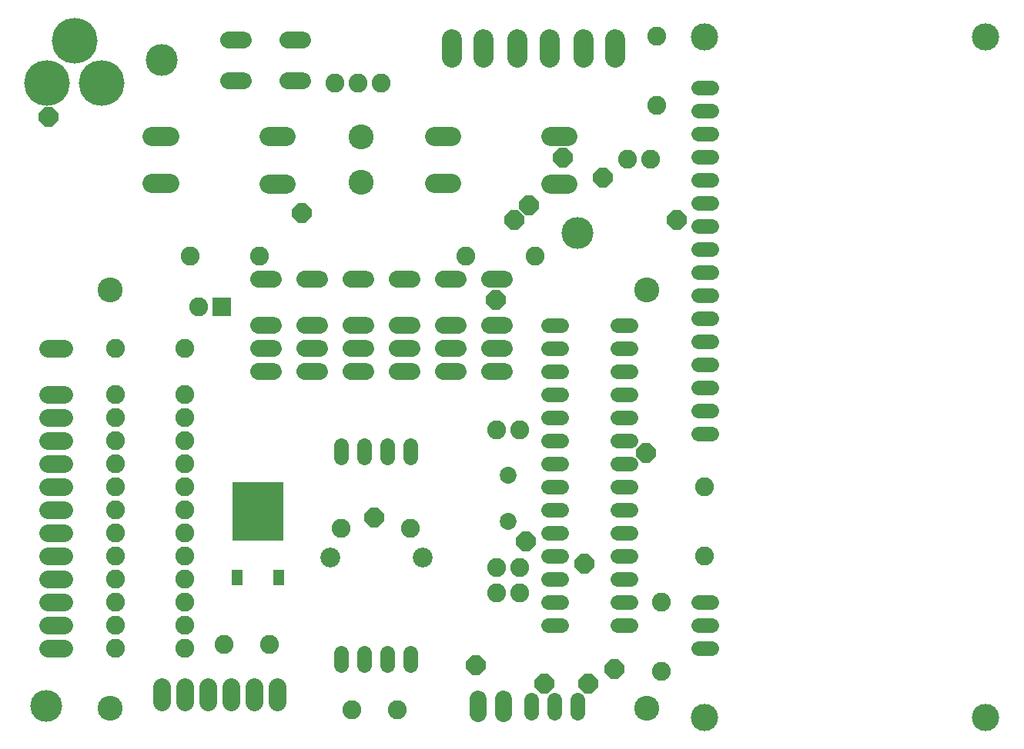
<source format=gbs>
G75*
G70*
%OFA0B0*%
%FSLAX24Y24*%
%IPPOS*%
%LPD*%
%AMOC8*
5,1,8,0,0,1.08239X$1,22.5*
%
%ADD10C,0.0880*%
%ADD11C,0.0820*%
%ADD12C,0.0820*%
%ADD13C,0.0640*%
%ADD14C,0.0730*%
%ADD15C,0.0720*%
%ADD16C,0.0760*%
%ADD17C,0.0635*%
%ADD18C,0.1182*%
%ADD19C,0.1080*%
%ADD20C,0.1980*%
%ADD21R,0.0820X0.0820*%
%ADD22R,0.2206X0.2521*%
%ADD23R,0.0474X0.0710*%
%ADD24C,0.0860*%
%ADD25C,0.0780*%
%ADD26C,0.1380*%
%ADD27OC8,0.0840*%
D10*
X021056Y030759D02*
X021056Y031559D01*
X022434Y031559D02*
X022434Y030759D01*
X023906Y030759D02*
X023906Y031559D01*
X025284Y031559D02*
X025284Y030759D01*
X026756Y030759D02*
X026756Y031559D01*
X028134Y031559D02*
X028134Y030759D01*
D11*
X029931Y031702D03*
X029931Y028702D03*
X029663Y026370D03*
X028663Y026370D03*
X024643Y022159D03*
X021643Y022159D03*
X012718Y022159D03*
X009718Y022159D03*
X010092Y019970D03*
X009506Y018159D03*
X009506Y016159D03*
X009506Y015159D03*
X009506Y014159D03*
X009506Y013159D03*
X009506Y012159D03*
X009506Y011159D03*
X009506Y010159D03*
X009506Y009159D03*
X009506Y008159D03*
X009506Y007159D03*
X009506Y006159D03*
X009506Y005159D03*
X011193Y005344D03*
X013162Y005344D03*
X016738Y002512D03*
X018707Y002512D03*
X022987Y007559D03*
X023987Y007559D03*
X024006Y008660D03*
X023006Y008660D03*
X019243Y010363D03*
X016243Y010363D03*
X023006Y014631D03*
X024006Y014631D03*
X032006Y012159D03*
X032006Y009159D03*
X030112Y007159D03*
X030112Y004159D03*
X006506Y005159D03*
X006506Y006159D03*
X006506Y007159D03*
X006506Y008159D03*
X006506Y009159D03*
X006506Y010159D03*
X006506Y011159D03*
X006506Y012159D03*
X006506Y013159D03*
X006506Y014159D03*
X006506Y015159D03*
X006506Y016159D03*
X006506Y018159D03*
X016006Y029659D03*
X017006Y029659D03*
X018006Y029659D03*
D12*
X020280Y027364D02*
X021020Y027364D01*
X021020Y025348D02*
X020280Y025348D01*
X025332Y025308D02*
X026072Y025308D01*
X026072Y027364D02*
X025332Y027364D01*
X013866Y027364D02*
X013126Y027364D01*
X013126Y025308D02*
X013866Y025308D01*
X008814Y025348D02*
X008074Y025348D01*
X008074Y027364D02*
X008814Y027364D01*
D13*
X025226Y019159D02*
X025786Y019159D01*
X025786Y018159D02*
X025226Y018159D01*
X025226Y017159D02*
X025786Y017159D01*
X025786Y016159D02*
X025226Y016159D01*
X025226Y015159D02*
X025786Y015159D01*
X025786Y014159D02*
X025226Y014159D01*
X025226Y013159D02*
X025786Y013159D01*
X025786Y012159D02*
X025226Y012159D01*
X025226Y011159D02*
X025786Y011159D01*
X025786Y010159D02*
X025226Y010159D01*
X025226Y009159D02*
X025786Y009159D01*
X025786Y008159D02*
X025226Y008159D01*
X025226Y007159D02*
X025786Y007159D01*
X025786Y006159D02*
X025226Y006159D01*
X028226Y006159D02*
X028786Y006159D01*
X028786Y007159D02*
X028226Y007159D01*
X028226Y008159D02*
X028786Y008159D01*
X028786Y009159D02*
X028226Y009159D01*
X028226Y010159D02*
X028786Y010159D01*
X028786Y011159D02*
X028226Y011159D01*
X028226Y012159D02*
X028786Y012159D01*
X028786Y013159D02*
X028226Y013159D01*
X028226Y014159D02*
X028786Y014159D01*
X028786Y015159D02*
X028226Y015159D01*
X028226Y016159D02*
X028786Y016159D01*
X028786Y017159D02*
X028226Y017159D01*
X028226Y018159D02*
X028786Y018159D01*
X028786Y019159D02*
X028226Y019159D01*
X031726Y007159D02*
X032286Y007159D01*
X032286Y006159D02*
X031726Y006159D01*
X031726Y005159D02*
X032286Y005159D01*
X026506Y002939D02*
X026506Y002379D01*
X025506Y002379D02*
X025506Y002939D01*
X024506Y002939D02*
X024506Y002379D01*
D14*
X023506Y010659D03*
X023506Y012659D03*
D15*
X023326Y017159D02*
X022686Y017159D01*
X022686Y018159D02*
X023326Y018159D01*
X023326Y019159D02*
X022686Y019159D01*
X021326Y019159D02*
X020686Y019159D01*
X020686Y018159D02*
X021326Y018159D01*
X021326Y017159D02*
X020686Y017159D01*
X019326Y017159D02*
X018686Y017159D01*
X018686Y018159D02*
X019326Y018159D01*
X019326Y019159D02*
X018686Y019159D01*
X017326Y019159D02*
X016686Y019159D01*
X016686Y018159D02*
X017326Y018159D01*
X017326Y017159D02*
X016686Y017159D01*
X015326Y017159D02*
X014686Y017159D01*
X014686Y018159D02*
X015326Y018159D01*
X015326Y019159D02*
X014686Y019159D01*
X013326Y019159D02*
X012686Y019159D01*
X012686Y018159D02*
X013326Y018159D01*
X013326Y017159D02*
X012686Y017159D01*
X012686Y021159D02*
X013326Y021159D01*
X014686Y021159D02*
X015326Y021159D01*
X016686Y021159D02*
X017326Y021159D01*
X018686Y021159D02*
X019326Y021159D01*
X020686Y021159D02*
X021326Y021159D01*
X022686Y021159D02*
X023326Y021159D01*
X014589Y029760D02*
X013949Y029760D01*
X012029Y029760D02*
X011389Y029760D01*
X011389Y031540D02*
X012029Y031540D01*
X013949Y031540D02*
X014589Y031540D01*
X022206Y002979D02*
X022206Y002339D01*
X023306Y002339D02*
X023306Y002979D01*
D16*
X013506Y002819D02*
X013506Y003499D01*
X012506Y003499D02*
X012506Y002819D01*
X011506Y002819D02*
X011506Y003499D01*
X010506Y003499D02*
X010506Y002819D01*
X009506Y002819D02*
X009506Y003499D01*
X008506Y003499D02*
X008506Y002819D01*
X004253Y005159D02*
X003573Y005159D01*
X003573Y006159D02*
X004253Y006159D01*
X004253Y007159D02*
X003573Y007159D01*
X003573Y008159D02*
X004253Y008159D01*
X004253Y009159D02*
X003573Y009159D01*
X003573Y010159D02*
X004253Y010159D01*
X004253Y011159D02*
X003573Y011159D01*
X003573Y012159D02*
X004253Y012159D01*
X004253Y013159D02*
X003573Y013159D01*
X003573Y014159D02*
X004253Y014159D01*
X004253Y015159D02*
X003573Y015159D01*
X003573Y016159D02*
X004253Y016159D01*
X004253Y018159D02*
X003573Y018159D01*
D17*
X016256Y013974D02*
X016256Y013419D01*
X017256Y013419D02*
X017256Y013974D01*
X018256Y013974D02*
X018256Y013419D01*
X019256Y013419D02*
X019256Y013974D01*
X019256Y004974D02*
X019256Y004419D01*
X018256Y004419D02*
X018256Y004974D01*
X017256Y004974D02*
X017256Y004419D01*
X016256Y004419D02*
X016256Y004974D01*
X031728Y014470D02*
X032283Y014470D01*
X032283Y015470D02*
X031728Y015470D01*
X031728Y016470D02*
X032283Y016470D01*
X032283Y017470D02*
X031728Y017470D01*
X031728Y018470D02*
X032283Y018470D01*
X032283Y019470D02*
X031728Y019470D01*
X031728Y020470D02*
X032283Y020470D01*
X032283Y021470D02*
X031728Y021470D01*
X031728Y022470D02*
X032283Y022470D01*
X032283Y023470D02*
X031728Y023470D01*
X031728Y024470D02*
X032283Y024470D01*
X032283Y025470D02*
X031728Y025470D01*
X031728Y026470D02*
X032283Y026470D01*
X032283Y027470D02*
X031728Y027470D01*
X031728Y028470D02*
X032283Y028470D01*
X032283Y029470D02*
X031728Y029470D01*
D18*
X031998Y031659D03*
X044171Y031659D03*
X044171Y002163D03*
X031998Y002163D03*
D19*
X029506Y002559D03*
X006256Y002559D03*
X006256Y020709D03*
X017141Y025372D03*
X017141Y027340D03*
X029506Y020709D03*
D20*
X005899Y029659D03*
X003537Y029659D03*
X004718Y031509D03*
D21*
X011092Y019970D03*
D22*
X012656Y011093D03*
D23*
X013553Y008219D03*
X011758Y008219D03*
D24*
X015778Y009109D03*
X019778Y009109D03*
D25*
X029488Y002553D03*
X006266Y002553D03*
X006266Y020687D03*
X029488Y020687D03*
D26*
X003506Y002659D03*
X026506Y023159D03*
X008506Y030659D03*
D27*
X003606Y028199D03*
X014566Y024039D03*
X022966Y020279D03*
X023766Y023719D03*
X024406Y024359D03*
X025846Y026439D03*
X027606Y025559D03*
X030806Y023719D03*
X029446Y013639D03*
X024246Y009799D03*
X026806Y008839D03*
X022086Y004439D03*
X025046Y003639D03*
X026966Y003639D03*
X028086Y004279D03*
X017686Y010839D03*
M02*

</source>
